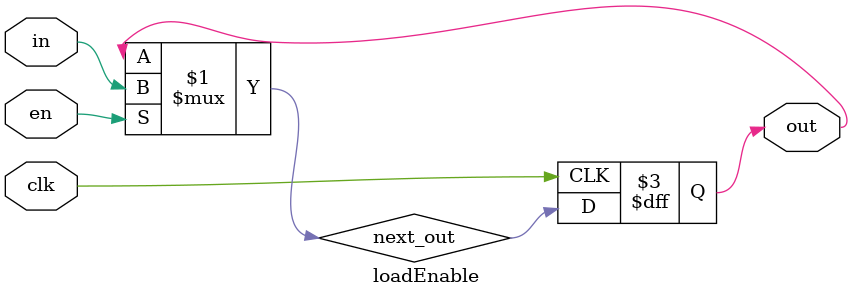
<source format=sv>
module loadEnable(clk, en, in, out);
	parameter n = 1;  // width
	input clk, en;
	input  [n-1:0] in;
	output [n-1:0] out;
	
	reg    [n-1:0] out;
	wire   [n-1:0] next_out;

	assign next_out = en ? in : out;

	always @(posedge clk) begin
		out = next_out;
	end
endmodule

</source>
